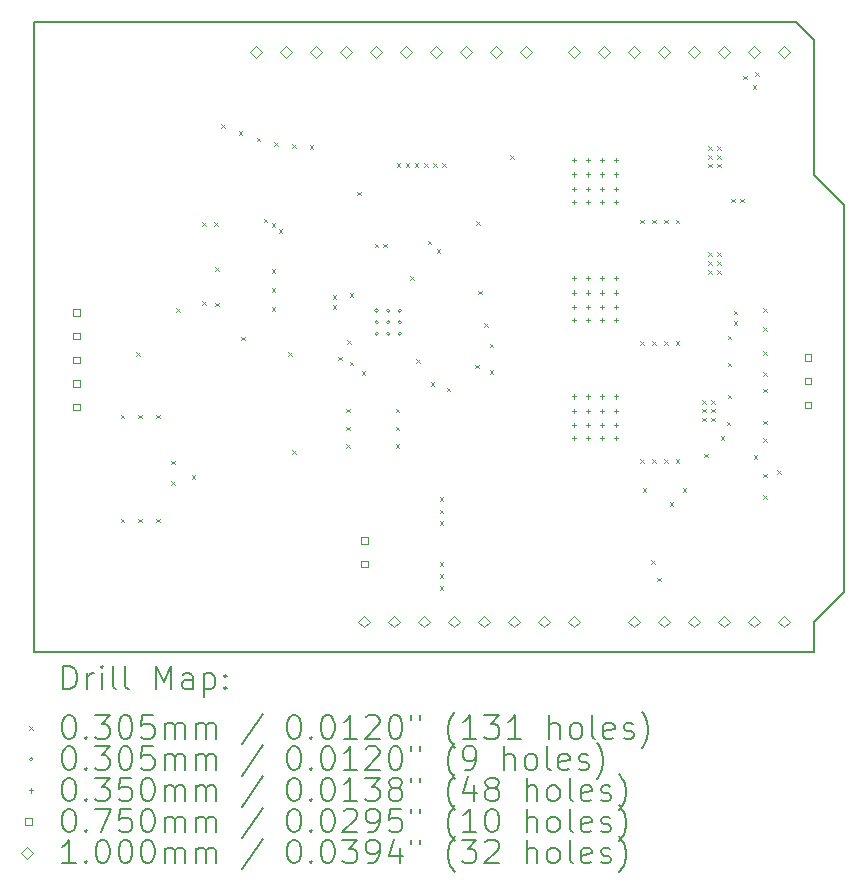
<source format=gbr>
%FSLAX45Y45*%
G04 Gerber Fmt 4.5, Leading zero omitted, Abs format (unit mm)*
G04 Created by KiCad (PCBNEW (6.0.0)) date 2022-07-16 19:13:55*
%MOMM*%
%LPD*%
G01*
G04 APERTURE LIST*
%TA.AperFunction,Profile*%
%ADD10C,0.150000*%
%TD*%
%ADD11C,0.200000*%
%ADD12C,0.030480*%
%ADD13C,0.035000*%
%ADD14C,0.075000*%
%ADD15C,0.100000*%
G04 APERTURE END LIST*
D10*
X12604000Y-6636000D02*
X12858000Y-6382000D01*
X12858000Y-6382000D02*
X12858000Y-3105400D01*
X6000000Y-6890000D02*
X12604000Y-6890000D01*
X12604000Y-6890000D02*
X12604000Y-6636000D01*
X6000000Y-1556000D02*
X6000000Y-6890000D01*
X12451600Y-1556000D02*
X6000000Y-1556000D01*
X12858000Y-3105400D02*
X12604000Y-2851400D01*
X12604000Y-1708400D02*
X12451600Y-1556000D01*
X12604000Y-2851400D02*
X12604000Y-1708400D01*
D11*
D12*
X6734760Y-4884760D02*
X6765240Y-4915240D01*
X6765240Y-4884760D02*
X6734760Y-4915240D01*
X6734760Y-5764760D02*
X6765240Y-5795240D01*
X6765240Y-5764760D02*
X6734760Y-5795240D01*
X6864760Y-4354760D02*
X6895240Y-4385240D01*
X6895240Y-4354760D02*
X6864760Y-4385240D01*
X6884760Y-4884760D02*
X6915240Y-4915240D01*
X6915240Y-4884760D02*
X6884760Y-4915240D01*
X6884760Y-5764760D02*
X6915240Y-5795240D01*
X6915240Y-5764760D02*
X6884760Y-5795240D01*
X7034760Y-4884760D02*
X7065240Y-4915240D01*
X7065240Y-4884760D02*
X7034760Y-4915240D01*
X7034760Y-5764760D02*
X7065240Y-5795240D01*
X7065240Y-5764760D02*
X7034760Y-5795240D01*
X7164760Y-5274760D02*
X7195240Y-5305240D01*
X7195240Y-5274760D02*
X7164760Y-5305240D01*
X7164760Y-5444760D02*
X7195240Y-5475240D01*
X7195240Y-5444760D02*
X7164760Y-5475240D01*
X7204760Y-3984760D02*
X7235240Y-4015240D01*
X7235240Y-3984760D02*
X7204760Y-4015240D01*
X7334760Y-5394760D02*
X7365240Y-5425240D01*
X7365240Y-5394760D02*
X7334760Y-5425240D01*
X7424760Y-3254760D02*
X7455240Y-3285240D01*
X7455240Y-3254760D02*
X7424760Y-3285240D01*
X7424760Y-3924760D02*
X7455240Y-3955240D01*
X7455240Y-3924760D02*
X7424760Y-3955240D01*
X7524760Y-3254760D02*
X7555240Y-3285240D01*
X7555240Y-3254760D02*
X7524760Y-3285240D01*
X7534760Y-3634760D02*
X7565240Y-3665240D01*
X7565240Y-3634760D02*
X7534760Y-3665240D01*
X7534760Y-3934760D02*
X7565240Y-3965240D01*
X7565240Y-3934760D02*
X7534760Y-3965240D01*
X7584760Y-2424760D02*
X7615240Y-2455240D01*
X7615240Y-2424760D02*
X7584760Y-2455240D01*
X7734760Y-2484760D02*
X7765240Y-2515240D01*
X7765240Y-2484760D02*
X7734760Y-2515240D01*
X7754760Y-4224760D02*
X7785240Y-4255240D01*
X7785240Y-4224760D02*
X7754760Y-4255240D01*
X7884760Y-2538050D02*
X7915240Y-2568530D01*
X7915240Y-2538050D02*
X7884760Y-2568530D01*
X7944760Y-3224760D02*
X7975240Y-3255240D01*
X7975240Y-3224760D02*
X7944760Y-3255240D01*
X8013183Y-3263430D02*
X8043663Y-3293910D01*
X8043663Y-3263430D02*
X8013183Y-3293910D01*
X8014760Y-3654760D02*
X8045240Y-3685240D01*
X8045240Y-3654760D02*
X8014760Y-3685240D01*
X8014760Y-3814760D02*
X8045240Y-3845240D01*
X8045240Y-3814760D02*
X8014760Y-3845240D01*
X8014760Y-3974760D02*
X8045240Y-4005240D01*
X8045240Y-3974760D02*
X8014760Y-4005240D01*
X8034760Y-2574760D02*
X8065240Y-2605240D01*
X8065240Y-2574760D02*
X8034760Y-2605240D01*
X8071399Y-3312519D02*
X8101879Y-3342999D01*
X8101879Y-3312519D02*
X8071399Y-3342999D01*
X8154760Y-4354760D02*
X8185240Y-4385240D01*
X8185240Y-4354760D02*
X8154760Y-4385240D01*
X8184760Y-2594760D02*
X8215240Y-2625240D01*
X8215240Y-2594760D02*
X8184760Y-2625240D01*
X8184760Y-5184760D02*
X8215240Y-5215240D01*
X8215240Y-5184760D02*
X8184760Y-5215240D01*
X8334760Y-2604760D02*
X8365240Y-2635240D01*
X8365240Y-2604760D02*
X8334760Y-2635240D01*
X8531038Y-3874760D02*
X8561518Y-3905240D01*
X8561518Y-3874760D02*
X8531038Y-3905240D01*
X8531038Y-3959530D02*
X8561518Y-3990010D01*
X8561518Y-3959530D02*
X8531038Y-3990010D01*
X8574760Y-4394760D02*
X8605240Y-4425240D01*
X8605240Y-4394760D02*
X8574760Y-4425240D01*
X8644760Y-4834760D02*
X8675240Y-4865240D01*
X8675240Y-4834760D02*
X8644760Y-4865240D01*
X8644760Y-4984760D02*
X8675240Y-5015240D01*
X8675240Y-4984760D02*
X8644760Y-5015240D01*
X8644760Y-5134760D02*
X8675240Y-5165240D01*
X8675240Y-5134760D02*
X8644760Y-5165240D01*
X8654760Y-4254760D02*
X8685240Y-4285240D01*
X8685240Y-4254760D02*
X8654760Y-4285240D01*
X8674760Y-3854760D02*
X8705240Y-3885240D01*
X8705240Y-3854760D02*
X8674760Y-3885240D01*
X8674760Y-4434760D02*
X8705240Y-4465240D01*
X8705240Y-4434760D02*
X8674760Y-4465240D01*
X8734760Y-2994760D02*
X8765240Y-3025240D01*
X8765240Y-2994760D02*
X8734760Y-3025240D01*
X8774760Y-4514760D02*
X8805240Y-4545240D01*
X8805240Y-4514760D02*
X8774760Y-4545240D01*
X8884760Y-3434760D02*
X8915240Y-3465240D01*
X8915240Y-3434760D02*
X8884760Y-3465240D01*
X8959760Y-3434760D02*
X8990240Y-3465240D01*
X8990240Y-3434760D02*
X8959760Y-3465240D01*
X9064760Y-4834760D02*
X9095240Y-4865240D01*
X9095240Y-4834760D02*
X9064760Y-4865240D01*
X9064760Y-4984760D02*
X9095240Y-5015240D01*
X9095240Y-4984760D02*
X9064760Y-5015240D01*
X9064760Y-5134760D02*
X9095240Y-5165240D01*
X9095240Y-5134760D02*
X9064760Y-5165240D01*
X9072459Y-2754760D02*
X9102939Y-2785240D01*
X9102939Y-2754760D02*
X9072459Y-2785240D01*
X9148610Y-2754760D02*
X9179090Y-2785240D01*
X9179090Y-2754760D02*
X9148610Y-2785240D01*
X9184760Y-3709760D02*
X9215240Y-3740240D01*
X9215240Y-3709760D02*
X9184760Y-3740240D01*
X9224760Y-2754760D02*
X9255240Y-2785240D01*
X9255240Y-2754760D02*
X9224760Y-2785240D01*
X9234760Y-4414760D02*
X9265240Y-4445240D01*
X9265240Y-4414760D02*
X9234760Y-4445240D01*
X9302459Y-2754760D02*
X9332939Y-2785240D01*
X9332939Y-2754760D02*
X9302459Y-2785240D01*
X9334760Y-3409760D02*
X9365240Y-3440240D01*
X9365240Y-3409760D02*
X9334760Y-3440240D01*
X9359760Y-4609760D02*
X9390240Y-4640240D01*
X9390240Y-4609760D02*
X9359760Y-4640240D01*
X9378610Y-2754760D02*
X9409090Y-2785240D01*
X9409090Y-2754760D02*
X9378610Y-2785240D01*
X9409760Y-3484760D02*
X9440240Y-3515240D01*
X9440240Y-3484760D02*
X9409760Y-3515240D01*
X9434760Y-5584760D02*
X9465240Y-5615240D01*
X9465240Y-5584760D02*
X9434760Y-5615240D01*
X9434760Y-5689760D02*
X9465240Y-5720240D01*
X9465240Y-5689760D02*
X9434760Y-5720240D01*
X9434760Y-5784760D02*
X9465240Y-5815240D01*
X9465240Y-5784760D02*
X9434760Y-5815240D01*
X9434760Y-6134760D02*
X9465240Y-6165240D01*
X9465240Y-6134760D02*
X9434760Y-6165240D01*
X9434760Y-6234760D02*
X9465240Y-6265240D01*
X9465240Y-6234760D02*
X9434760Y-6265240D01*
X9434760Y-6334760D02*
X9465240Y-6365240D01*
X9465240Y-6334760D02*
X9434760Y-6365240D01*
X9454760Y-2754760D02*
X9485240Y-2785240D01*
X9485240Y-2754760D02*
X9454760Y-2785240D01*
X9494760Y-4654760D02*
X9525240Y-4685240D01*
X9525240Y-4654760D02*
X9494760Y-4685240D01*
X9734578Y-4459578D02*
X9765058Y-4490058D01*
X9765058Y-4459578D02*
X9734578Y-4490058D01*
X9744760Y-3244760D02*
X9775240Y-3275240D01*
X9775240Y-3244760D02*
X9744760Y-3275240D01*
X9759760Y-3834760D02*
X9790240Y-3865240D01*
X9790240Y-3834760D02*
X9759760Y-3865240D01*
X9813050Y-4108436D02*
X9843530Y-4138916D01*
X9843530Y-4108436D02*
X9813050Y-4138916D01*
X9859760Y-4284760D02*
X9890240Y-4315240D01*
X9890240Y-4284760D02*
X9859760Y-4315240D01*
X9859760Y-4509760D02*
X9890240Y-4540240D01*
X9890240Y-4509760D02*
X9859760Y-4540240D01*
X10034760Y-2684760D02*
X10065240Y-2715240D01*
X10065240Y-2684760D02*
X10034760Y-2715240D01*
X11134760Y-3234760D02*
X11165240Y-3265240D01*
X11165240Y-3234760D02*
X11134760Y-3265240D01*
X11134760Y-4259760D02*
X11165240Y-4290240D01*
X11165240Y-4259760D02*
X11134760Y-4290240D01*
X11134760Y-5259760D02*
X11165240Y-5290240D01*
X11165240Y-5259760D02*
X11134760Y-5290240D01*
X11154760Y-5504760D02*
X11185240Y-5535240D01*
X11185240Y-5504760D02*
X11154760Y-5535240D01*
X11224760Y-6114760D02*
X11255240Y-6145240D01*
X11255240Y-6114760D02*
X11224760Y-6145240D01*
X11234760Y-3234760D02*
X11265240Y-3265240D01*
X11265240Y-3234760D02*
X11234760Y-3265240D01*
X11234760Y-4259760D02*
X11265240Y-4290240D01*
X11265240Y-4259760D02*
X11234760Y-4290240D01*
X11234760Y-5259760D02*
X11265240Y-5290240D01*
X11265240Y-5259760D02*
X11234760Y-5290240D01*
X11274760Y-6264760D02*
X11305240Y-6295240D01*
X11305240Y-6264760D02*
X11274760Y-6295240D01*
X11334760Y-3234760D02*
X11365240Y-3265240D01*
X11365240Y-3234760D02*
X11334760Y-3265240D01*
X11334760Y-4259760D02*
X11365240Y-4290240D01*
X11365240Y-4259760D02*
X11334760Y-4290240D01*
X11334760Y-5259760D02*
X11365240Y-5290240D01*
X11365240Y-5259760D02*
X11334760Y-5290240D01*
X11384760Y-5624760D02*
X11415240Y-5655240D01*
X11415240Y-5624760D02*
X11384760Y-5655240D01*
X11434760Y-3234760D02*
X11465240Y-3265240D01*
X11465240Y-3234760D02*
X11434760Y-3265240D01*
X11434760Y-4259760D02*
X11465240Y-4290240D01*
X11465240Y-4259760D02*
X11434760Y-4290240D01*
X11434760Y-5259760D02*
X11465240Y-5290240D01*
X11465240Y-5259760D02*
X11434760Y-5290240D01*
X11494760Y-5504760D02*
X11525240Y-5535240D01*
X11525240Y-5504760D02*
X11494760Y-5535240D01*
X11659760Y-4759760D02*
X11690240Y-4790240D01*
X11690240Y-4759760D02*
X11659760Y-4790240D01*
X11659760Y-4834760D02*
X11690240Y-4865240D01*
X11690240Y-4834760D02*
X11659760Y-4865240D01*
X11659760Y-4909760D02*
X11690240Y-4940240D01*
X11690240Y-4909760D02*
X11659760Y-4940240D01*
X11674760Y-5214760D02*
X11705240Y-5245240D01*
X11705240Y-5214760D02*
X11674760Y-5245240D01*
X11709760Y-2609760D02*
X11740240Y-2640240D01*
X11740240Y-2609760D02*
X11709760Y-2640240D01*
X11709760Y-2684760D02*
X11740240Y-2715240D01*
X11740240Y-2684760D02*
X11709760Y-2715240D01*
X11709760Y-2759760D02*
X11740240Y-2790240D01*
X11740240Y-2759760D02*
X11709760Y-2790240D01*
X11709760Y-3509760D02*
X11740240Y-3540240D01*
X11740240Y-3509760D02*
X11709760Y-3540240D01*
X11709760Y-3584760D02*
X11740240Y-3615240D01*
X11740240Y-3584760D02*
X11709760Y-3615240D01*
X11709760Y-3659760D02*
X11740240Y-3690240D01*
X11740240Y-3659760D02*
X11709760Y-3690240D01*
X11734760Y-4759760D02*
X11765240Y-4790240D01*
X11765240Y-4759760D02*
X11734760Y-4790240D01*
X11734760Y-4834760D02*
X11765240Y-4865240D01*
X11765240Y-4834760D02*
X11734760Y-4865240D01*
X11734760Y-4909760D02*
X11765240Y-4940240D01*
X11765240Y-4909760D02*
X11734760Y-4940240D01*
X11784760Y-2609760D02*
X11815240Y-2640240D01*
X11815240Y-2609760D02*
X11784760Y-2640240D01*
X11784760Y-2684760D02*
X11815240Y-2715240D01*
X11815240Y-2684760D02*
X11784760Y-2715240D01*
X11784760Y-2759760D02*
X11815240Y-2790240D01*
X11815240Y-2759760D02*
X11784760Y-2790240D01*
X11784760Y-3509760D02*
X11815240Y-3540240D01*
X11815240Y-3509760D02*
X11784760Y-3540240D01*
X11784760Y-3584760D02*
X11815240Y-3615240D01*
X11815240Y-3584760D02*
X11784760Y-3615240D01*
X11784760Y-3659760D02*
X11815240Y-3690240D01*
X11815240Y-3659760D02*
X11784760Y-3690240D01*
X11814760Y-5064760D02*
X11845240Y-5095240D01*
X11845240Y-5064760D02*
X11814760Y-5095240D01*
X11864760Y-4944760D02*
X11895240Y-4975240D01*
X11895240Y-4944760D02*
X11864760Y-4975240D01*
X11874760Y-4214760D02*
X11905240Y-4245240D01*
X11905240Y-4214760D02*
X11874760Y-4245240D01*
X11874760Y-4444760D02*
X11905240Y-4475240D01*
X11905240Y-4444760D02*
X11874760Y-4475240D01*
X11874760Y-4714760D02*
X11905240Y-4745240D01*
X11905240Y-4714760D02*
X11874760Y-4745240D01*
X11904760Y-3054760D02*
X11935240Y-3085240D01*
X11935240Y-3054760D02*
X11904760Y-3085240D01*
X11924760Y-4004760D02*
X11955240Y-4035240D01*
X11955240Y-4004760D02*
X11924760Y-4035240D01*
X11924760Y-4094760D02*
X11955240Y-4125240D01*
X11955240Y-4094760D02*
X11924760Y-4125240D01*
X11980910Y-3054760D02*
X12011390Y-3085240D01*
X12011390Y-3054760D02*
X11980910Y-3085240D01*
X12004760Y-2014760D02*
X12035240Y-2045240D01*
X12035240Y-2014760D02*
X12004760Y-2045240D01*
X12084760Y-2094760D02*
X12115240Y-2125240D01*
X12115240Y-2094760D02*
X12084760Y-2125240D01*
X12094760Y-5224760D02*
X12125240Y-5255240D01*
X12125240Y-5224760D02*
X12094760Y-5255240D01*
X12104760Y-1984760D02*
X12135240Y-2015240D01*
X12135240Y-1984760D02*
X12104760Y-2015240D01*
X12174760Y-3984760D02*
X12205240Y-4015240D01*
X12205240Y-3984760D02*
X12174760Y-4015240D01*
X12174760Y-4144760D02*
X12205240Y-4175240D01*
X12205240Y-4144760D02*
X12174760Y-4175240D01*
X12174760Y-4344760D02*
X12205240Y-4375240D01*
X12205240Y-4344760D02*
X12174760Y-4375240D01*
X12174760Y-4524760D02*
X12205240Y-4555240D01*
X12205240Y-4524760D02*
X12174760Y-4555240D01*
X12174760Y-4664760D02*
X12205240Y-4695240D01*
X12205240Y-4664760D02*
X12174760Y-4695240D01*
X12174760Y-4934760D02*
X12205240Y-4965240D01*
X12205240Y-4934760D02*
X12174760Y-4965240D01*
X12174760Y-5084760D02*
X12205240Y-5115240D01*
X12205240Y-5084760D02*
X12174760Y-5115240D01*
X12174760Y-5384760D02*
X12205240Y-5415240D01*
X12205240Y-5384760D02*
X12174760Y-5415240D01*
X12174760Y-5564760D02*
X12205240Y-5595240D01*
X12205240Y-5564760D02*
X12174760Y-5595240D01*
X12294760Y-5354760D02*
X12325240Y-5385240D01*
X12325240Y-5354760D02*
X12294760Y-5385240D01*
X8917740Y-4002500D02*
G75*
G03*
X8917740Y-4002500I-15240J0D01*
G01*
X8917740Y-4100000D02*
G75*
G03*
X8917740Y-4100000I-15240J0D01*
G01*
X8917740Y-4197500D02*
G75*
G03*
X8917740Y-4197500I-15240J0D01*
G01*
X9015240Y-4002500D02*
G75*
G03*
X9015240Y-4002500I-15240J0D01*
G01*
X9015240Y-4100000D02*
G75*
G03*
X9015240Y-4100000I-15240J0D01*
G01*
X9015240Y-4197500D02*
G75*
G03*
X9015240Y-4197500I-15240J0D01*
G01*
X9112740Y-4002500D02*
G75*
G03*
X9112740Y-4002500I-15240J0D01*
G01*
X9112740Y-4100000D02*
G75*
G03*
X9112740Y-4100000I-15240J0D01*
G01*
X9112740Y-4197500D02*
G75*
G03*
X9112740Y-4197500I-15240J0D01*
G01*
D13*
X10569999Y-2712499D02*
X10569999Y-2747499D01*
X10552499Y-2729999D02*
X10587499Y-2729999D01*
X10569999Y-2832499D02*
X10569999Y-2867499D01*
X10552499Y-2849999D02*
X10587499Y-2849999D01*
X10569999Y-2952499D02*
X10569999Y-2987499D01*
X10552499Y-2969999D02*
X10587499Y-2969999D01*
X10569999Y-3062499D02*
X10569999Y-3097499D01*
X10552499Y-3079999D02*
X10587499Y-3079999D01*
X10570000Y-3712500D02*
X10570000Y-3747500D01*
X10552500Y-3730000D02*
X10587500Y-3730000D01*
X10570000Y-3832500D02*
X10570000Y-3867500D01*
X10552500Y-3850000D02*
X10587500Y-3850000D01*
X10570000Y-3952500D02*
X10570000Y-3987500D01*
X10552500Y-3970000D02*
X10587500Y-3970000D01*
X10570000Y-4062500D02*
X10570000Y-4097500D01*
X10552500Y-4080000D02*
X10587500Y-4080000D01*
X10570000Y-4712500D02*
X10570000Y-4747500D01*
X10552500Y-4730000D02*
X10587500Y-4730000D01*
X10570000Y-4832500D02*
X10570000Y-4867500D01*
X10552500Y-4850000D02*
X10587500Y-4850000D01*
X10570000Y-4952500D02*
X10570000Y-4987500D01*
X10552500Y-4970000D02*
X10587500Y-4970000D01*
X10570000Y-5062500D02*
X10570000Y-5097500D01*
X10552500Y-5080000D02*
X10587500Y-5080000D01*
X10689999Y-2712499D02*
X10689999Y-2747499D01*
X10672499Y-2729999D02*
X10707499Y-2729999D01*
X10689999Y-2832499D02*
X10689999Y-2867499D01*
X10672499Y-2849999D02*
X10707499Y-2849999D01*
X10689999Y-2952499D02*
X10689999Y-2987499D01*
X10672499Y-2969999D02*
X10707499Y-2969999D01*
X10689999Y-3062499D02*
X10689999Y-3097499D01*
X10672499Y-3079999D02*
X10707499Y-3079999D01*
X10690000Y-3712500D02*
X10690000Y-3747500D01*
X10672500Y-3730000D02*
X10707500Y-3730000D01*
X10690000Y-3832500D02*
X10690000Y-3867500D01*
X10672500Y-3850000D02*
X10707500Y-3850000D01*
X10690000Y-3952500D02*
X10690000Y-3987500D01*
X10672500Y-3970000D02*
X10707500Y-3970000D01*
X10690000Y-4062500D02*
X10690000Y-4097500D01*
X10672500Y-4080000D02*
X10707500Y-4080000D01*
X10690000Y-4712500D02*
X10690000Y-4747500D01*
X10672500Y-4730000D02*
X10707500Y-4730000D01*
X10690000Y-4832500D02*
X10690000Y-4867500D01*
X10672500Y-4850000D02*
X10707500Y-4850000D01*
X10690000Y-4952500D02*
X10690000Y-4987500D01*
X10672500Y-4970000D02*
X10707500Y-4970000D01*
X10690000Y-5062500D02*
X10690000Y-5097500D01*
X10672500Y-5080000D02*
X10707500Y-5080000D01*
X10809999Y-2712499D02*
X10809999Y-2747499D01*
X10792499Y-2729999D02*
X10827499Y-2729999D01*
X10809999Y-2832499D02*
X10809999Y-2867499D01*
X10792499Y-2849999D02*
X10827499Y-2849999D01*
X10809999Y-2952499D02*
X10809999Y-2987499D01*
X10792499Y-2969999D02*
X10827499Y-2969999D01*
X10809999Y-3062499D02*
X10809999Y-3097499D01*
X10792499Y-3079999D02*
X10827499Y-3079999D01*
X10810000Y-3712500D02*
X10810000Y-3747500D01*
X10792500Y-3730000D02*
X10827500Y-3730000D01*
X10810000Y-3832500D02*
X10810000Y-3867500D01*
X10792500Y-3850000D02*
X10827500Y-3850000D01*
X10810000Y-3952500D02*
X10810000Y-3987500D01*
X10792500Y-3970000D02*
X10827500Y-3970000D01*
X10810000Y-4062500D02*
X10810000Y-4097500D01*
X10792500Y-4080000D02*
X10827500Y-4080000D01*
X10810000Y-4712500D02*
X10810000Y-4747500D01*
X10792500Y-4730000D02*
X10827500Y-4730000D01*
X10810000Y-4832500D02*
X10810000Y-4867500D01*
X10792500Y-4850000D02*
X10827500Y-4850000D01*
X10810000Y-4952500D02*
X10810000Y-4987500D01*
X10792500Y-4970000D02*
X10827500Y-4970000D01*
X10810000Y-5062500D02*
X10810000Y-5097500D01*
X10792500Y-5080000D02*
X10827500Y-5080000D01*
X10929999Y-2712499D02*
X10929999Y-2747499D01*
X10912499Y-2729999D02*
X10947499Y-2729999D01*
X10929999Y-2832499D02*
X10929999Y-2867499D01*
X10912499Y-2849999D02*
X10947499Y-2849999D01*
X10929999Y-2952499D02*
X10929999Y-2987499D01*
X10912499Y-2969999D02*
X10947499Y-2969999D01*
X10929999Y-3062499D02*
X10929999Y-3097499D01*
X10912499Y-3079999D02*
X10947499Y-3079999D01*
X10930000Y-3712500D02*
X10930000Y-3747500D01*
X10912500Y-3730000D02*
X10947500Y-3730000D01*
X10930000Y-3832500D02*
X10930000Y-3867500D01*
X10912500Y-3850000D02*
X10947500Y-3850000D01*
X10930000Y-3952500D02*
X10930000Y-3987500D01*
X10912500Y-3970000D02*
X10947500Y-3970000D01*
X10930000Y-4062500D02*
X10930000Y-4097500D01*
X10912500Y-4080000D02*
X10947500Y-4080000D01*
X10930000Y-4712500D02*
X10930000Y-4747500D01*
X10912500Y-4730000D02*
X10947500Y-4730000D01*
X10930000Y-4832500D02*
X10930000Y-4867500D01*
X10912500Y-4850000D02*
X10947500Y-4850000D01*
X10930000Y-4952500D02*
X10930000Y-4987500D01*
X10912500Y-4970000D02*
X10947500Y-4970000D01*
X10930000Y-5062500D02*
X10930000Y-5097500D01*
X10912500Y-5080000D02*
X10947500Y-5080000D01*
D14*
X6386517Y-4046517D02*
X6386517Y-3993483D01*
X6333483Y-3993483D01*
X6333483Y-4046517D01*
X6386517Y-4046517D01*
X6386517Y-4246517D02*
X6386517Y-4193483D01*
X6333483Y-4193483D01*
X6333483Y-4246517D01*
X6386517Y-4246517D01*
X6386517Y-4446517D02*
X6386517Y-4393483D01*
X6333483Y-4393483D01*
X6333483Y-4446517D01*
X6386517Y-4446517D01*
X6386517Y-4646517D02*
X6386517Y-4593483D01*
X6333483Y-4593483D01*
X6333483Y-4646517D01*
X6386517Y-4646517D01*
X6386517Y-4846517D02*
X6386517Y-4793483D01*
X6333483Y-4793483D01*
X6333483Y-4846517D01*
X6386517Y-4846517D01*
X8826517Y-5976517D02*
X8826517Y-5923483D01*
X8773483Y-5923483D01*
X8773483Y-5976517D01*
X8826517Y-5976517D01*
X8826517Y-6176517D02*
X8826517Y-6123483D01*
X8773483Y-6123483D01*
X8773483Y-6176517D01*
X8826517Y-6176517D01*
X12581517Y-4426517D02*
X12581517Y-4373483D01*
X12528483Y-4373483D01*
X12528483Y-4426517D01*
X12581517Y-4426517D01*
X12581517Y-4626517D02*
X12581517Y-4573483D01*
X12528483Y-4573483D01*
X12528483Y-4626517D01*
X12581517Y-4626517D01*
X12581517Y-4826517D02*
X12581517Y-4773483D01*
X12528483Y-4773483D01*
X12528483Y-4826517D01*
X12581517Y-4826517D01*
D15*
X7879600Y-1860000D02*
X7929600Y-1810000D01*
X7879600Y-1760000D01*
X7829600Y-1810000D01*
X7879600Y-1860000D01*
X8133600Y-1860000D02*
X8183600Y-1810000D01*
X8133600Y-1760000D01*
X8083600Y-1810000D01*
X8133600Y-1860000D01*
X8387600Y-1860000D02*
X8437600Y-1810000D01*
X8387600Y-1760000D01*
X8337600Y-1810000D01*
X8387600Y-1860000D01*
X8641600Y-1860000D02*
X8691600Y-1810000D01*
X8641600Y-1760000D01*
X8591600Y-1810000D01*
X8641600Y-1860000D01*
X8794750Y-6685750D02*
X8844750Y-6635750D01*
X8794750Y-6585750D01*
X8744750Y-6635750D01*
X8794750Y-6685750D01*
X8895600Y-1860000D02*
X8945600Y-1810000D01*
X8895600Y-1760000D01*
X8845600Y-1810000D01*
X8895600Y-1860000D01*
X9048750Y-6685750D02*
X9098750Y-6635750D01*
X9048750Y-6585750D01*
X8998750Y-6635750D01*
X9048750Y-6685750D01*
X9149600Y-1860000D02*
X9199600Y-1810000D01*
X9149600Y-1760000D01*
X9099600Y-1810000D01*
X9149600Y-1860000D01*
X9302750Y-6685750D02*
X9352750Y-6635750D01*
X9302750Y-6585750D01*
X9252750Y-6635750D01*
X9302750Y-6685750D01*
X9403600Y-1860000D02*
X9453600Y-1810000D01*
X9403600Y-1760000D01*
X9353600Y-1810000D01*
X9403600Y-1860000D01*
X9556750Y-6685750D02*
X9606750Y-6635750D01*
X9556750Y-6585750D01*
X9506750Y-6635750D01*
X9556750Y-6685750D01*
X9657600Y-1860000D02*
X9707600Y-1810000D01*
X9657600Y-1760000D01*
X9607600Y-1810000D01*
X9657600Y-1860000D01*
X9810750Y-6685750D02*
X9860750Y-6635750D01*
X9810750Y-6585750D01*
X9760750Y-6635750D01*
X9810750Y-6685750D01*
X9911600Y-1860000D02*
X9961600Y-1810000D01*
X9911600Y-1760000D01*
X9861600Y-1810000D01*
X9911600Y-1860000D01*
X10064750Y-6685750D02*
X10114750Y-6635750D01*
X10064750Y-6585750D01*
X10014750Y-6635750D01*
X10064750Y-6685750D01*
X10165600Y-1860000D02*
X10215600Y-1810000D01*
X10165600Y-1760000D01*
X10115600Y-1810000D01*
X10165600Y-1860000D01*
X10318750Y-6685750D02*
X10368750Y-6635750D01*
X10318750Y-6585750D01*
X10268750Y-6635750D01*
X10318750Y-6685750D01*
X10572000Y-1860000D02*
X10622000Y-1810000D01*
X10572000Y-1760000D01*
X10522000Y-1810000D01*
X10572000Y-1860000D01*
X10572750Y-6685750D02*
X10622750Y-6635750D01*
X10572750Y-6585750D01*
X10522750Y-6635750D01*
X10572750Y-6685750D01*
X10826000Y-1860000D02*
X10876000Y-1810000D01*
X10826000Y-1760000D01*
X10776000Y-1810000D01*
X10826000Y-1860000D01*
X11080000Y-1860000D02*
X11130000Y-1810000D01*
X11080000Y-1760000D01*
X11030000Y-1810000D01*
X11080000Y-1860000D01*
X11080750Y-6685750D02*
X11130750Y-6635750D01*
X11080750Y-6585750D01*
X11030750Y-6635750D01*
X11080750Y-6685750D01*
X11334000Y-1860000D02*
X11384000Y-1810000D01*
X11334000Y-1760000D01*
X11284000Y-1810000D01*
X11334000Y-1860000D01*
X11334750Y-6685750D02*
X11384750Y-6635750D01*
X11334750Y-6585750D01*
X11284750Y-6635750D01*
X11334750Y-6685750D01*
X11588000Y-1860000D02*
X11638000Y-1810000D01*
X11588000Y-1760000D01*
X11538000Y-1810000D01*
X11588000Y-1860000D01*
X11588750Y-6685750D02*
X11638750Y-6635750D01*
X11588750Y-6585750D01*
X11538750Y-6635750D01*
X11588750Y-6685750D01*
X11842000Y-1860000D02*
X11892000Y-1810000D01*
X11842000Y-1760000D01*
X11792000Y-1810000D01*
X11842000Y-1860000D01*
X11842750Y-6685750D02*
X11892750Y-6635750D01*
X11842750Y-6585750D01*
X11792750Y-6635750D01*
X11842750Y-6685750D01*
X12096000Y-1860000D02*
X12146000Y-1810000D01*
X12096000Y-1760000D01*
X12046000Y-1810000D01*
X12096000Y-1860000D01*
X12096750Y-6685750D02*
X12146750Y-6635750D01*
X12096750Y-6585750D01*
X12046750Y-6635750D01*
X12096750Y-6685750D01*
X12350000Y-1860000D02*
X12400000Y-1810000D01*
X12350000Y-1760000D01*
X12300000Y-1810000D01*
X12350000Y-1860000D01*
X12350750Y-6685750D02*
X12400750Y-6635750D01*
X12350750Y-6585750D01*
X12300750Y-6635750D01*
X12350750Y-6685750D01*
D11*
X6250119Y-7207976D02*
X6250119Y-7007976D01*
X6297738Y-7007976D01*
X6326309Y-7017500D01*
X6345357Y-7036548D01*
X6354881Y-7055595D01*
X6364405Y-7093690D01*
X6364405Y-7122262D01*
X6354881Y-7160357D01*
X6345357Y-7179405D01*
X6326309Y-7198452D01*
X6297738Y-7207976D01*
X6250119Y-7207976D01*
X6450119Y-7207976D02*
X6450119Y-7074643D01*
X6450119Y-7112738D02*
X6459643Y-7093690D01*
X6469167Y-7084167D01*
X6488214Y-7074643D01*
X6507262Y-7074643D01*
X6573928Y-7207976D02*
X6573928Y-7074643D01*
X6573928Y-7007976D02*
X6564405Y-7017500D01*
X6573928Y-7027024D01*
X6583452Y-7017500D01*
X6573928Y-7007976D01*
X6573928Y-7027024D01*
X6697738Y-7207976D02*
X6678690Y-7198452D01*
X6669167Y-7179405D01*
X6669167Y-7007976D01*
X6802500Y-7207976D02*
X6783452Y-7198452D01*
X6773928Y-7179405D01*
X6773928Y-7007976D01*
X7031071Y-7207976D02*
X7031071Y-7007976D01*
X7097738Y-7150833D01*
X7164405Y-7007976D01*
X7164405Y-7207976D01*
X7345357Y-7207976D02*
X7345357Y-7103214D01*
X7335833Y-7084167D01*
X7316786Y-7074643D01*
X7278690Y-7074643D01*
X7259643Y-7084167D01*
X7345357Y-7198452D02*
X7326309Y-7207976D01*
X7278690Y-7207976D01*
X7259643Y-7198452D01*
X7250119Y-7179405D01*
X7250119Y-7160357D01*
X7259643Y-7141309D01*
X7278690Y-7131786D01*
X7326309Y-7131786D01*
X7345357Y-7122262D01*
X7440595Y-7074643D02*
X7440595Y-7274643D01*
X7440595Y-7084167D02*
X7459643Y-7074643D01*
X7497738Y-7074643D01*
X7516786Y-7084167D01*
X7526309Y-7093690D01*
X7535833Y-7112738D01*
X7535833Y-7169881D01*
X7526309Y-7188928D01*
X7516786Y-7198452D01*
X7497738Y-7207976D01*
X7459643Y-7207976D01*
X7440595Y-7198452D01*
X7621548Y-7188928D02*
X7631071Y-7198452D01*
X7621548Y-7207976D01*
X7612024Y-7198452D01*
X7621548Y-7188928D01*
X7621548Y-7207976D01*
X7621548Y-7084167D02*
X7631071Y-7093690D01*
X7621548Y-7103214D01*
X7612024Y-7093690D01*
X7621548Y-7084167D01*
X7621548Y-7103214D01*
D12*
X5962020Y-7522260D02*
X5992500Y-7552740D01*
X5992500Y-7522260D02*
X5962020Y-7552740D01*
D11*
X6288214Y-7427976D02*
X6307262Y-7427976D01*
X6326309Y-7437500D01*
X6335833Y-7447024D01*
X6345357Y-7466071D01*
X6354881Y-7504167D01*
X6354881Y-7551786D01*
X6345357Y-7589881D01*
X6335833Y-7608928D01*
X6326309Y-7618452D01*
X6307262Y-7627976D01*
X6288214Y-7627976D01*
X6269167Y-7618452D01*
X6259643Y-7608928D01*
X6250119Y-7589881D01*
X6240595Y-7551786D01*
X6240595Y-7504167D01*
X6250119Y-7466071D01*
X6259643Y-7447024D01*
X6269167Y-7437500D01*
X6288214Y-7427976D01*
X6440595Y-7608928D02*
X6450119Y-7618452D01*
X6440595Y-7627976D01*
X6431071Y-7618452D01*
X6440595Y-7608928D01*
X6440595Y-7627976D01*
X6516786Y-7427976D02*
X6640595Y-7427976D01*
X6573928Y-7504167D01*
X6602500Y-7504167D01*
X6621548Y-7513690D01*
X6631071Y-7523214D01*
X6640595Y-7542262D01*
X6640595Y-7589881D01*
X6631071Y-7608928D01*
X6621548Y-7618452D01*
X6602500Y-7627976D01*
X6545357Y-7627976D01*
X6526309Y-7618452D01*
X6516786Y-7608928D01*
X6764405Y-7427976D02*
X6783452Y-7427976D01*
X6802500Y-7437500D01*
X6812024Y-7447024D01*
X6821548Y-7466071D01*
X6831071Y-7504167D01*
X6831071Y-7551786D01*
X6821548Y-7589881D01*
X6812024Y-7608928D01*
X6802500Y-7618452D01*
X6783452Y-7627976D01*
X6764405Y-7627976D01*
X6745357Y-7618452D01*
X6735833Y-7608928D01*
X6726309Y-7589881D01*
X6716786Y-7551786D01*
X6716786Y-7504167D01*
X6726309Y-7466071D01*
X6735833Y-7447024D01*
X6745357Y-7437500D01*
X6764405Y-7427976D01*
X7012024Y-7427976D02*
X6916786Y-7427976D01*
X6907262Y-7523214D01*
X6916786Y-7513690D01*
X6935833Y-7504167D01*
X6983452Y-7504167D01*
X7002500Y-7513690D01*
X7012024Y-7523214D01*
X7021548Y-7542262D01*
X7021548Y-7589881D01*
X7012024Y-7608928D01*
X7002500Y-7618452D01*
X6983452Y-7627976D01*
X6935833Y-7627976D01*
X6916786Y-7618452D01*
X6907262Y-7608928D01*
X7107262Y-7627976D02*
X7107262Y-7494643D01*
X7107262Y-7513690D02*
X7116786Y-7504167D01*
X7135833Y-7494643D01*
X7164405Y-7494643D01*
X7183452Y-7504167D01*
X7192976Y-7523214D01*
X7192976Y-7627976D01*
X7192976Y-7523214D02*
X7202500Y-7504167D01*
X7221548Y-7494643D01*
X7250119Y-7494643D01*
X7269167Y-7504167D01*
X7278690Y-7523214D01*
X7278690Y-7627976D01*
X7373928Y-7627976D02*
X7373928Y-7494643D01*
X7373928Y-7513690D02*
X7383452Y-7504167D01*
X7402500Y-7494643D01*
X7431071Y-7494643D01*
X7450119Y-7504167D01*
X7459643Y-7523214D01*
X7459643Y-7627976D01*
X7459643Y-7523214D02*
X7469167Y-7504167D01*
X7488214Y-7494643D01*
X7516786Y-7494643D01*
X7535833Y-7504167D01*
X7545357Y-7523214D01*
X7545357Y-7627976D01*
X7935833Y-7418452D02*
X7764405Y-7675595D01*
X8192976Y-7427976D02*
X8212024Y-7427976D01*
X8231071Y-7437500D01*
X8240595Y-7447024D01*
X8250119Y-7466071D01*
X8259643Y-7504167D01*
X8259643Y-7551786D01*
X8250119Y-7589881D01*
X8240595Y-7608928D01*
X8231071Y-7618452D01*
X8212024Y-7627976D01*
X8192976Y-7627976D01*
X8173928Y-7618452D01*
X8164405Y-7608928D01*
X8154881Y-7589881D01*
X8145357Y-7551786D01*
X8145357Y-7504167D01*
X8154881Y-7466071D01*
X8164405Y-7447024D01*
X8173928Y-7437500D01*
X8192976Y-7427976D01*
X8345357Y-7608928D02*
X8354881Y-7618452D01*
X8345357Y-7627976D01*
X8335833Y-7618452D01*
X8345357Y-7608928D01*
X8345357Y-7627976D01*
X8478690Y-7427976D02*
X8497738Y-7427976D01*
X8516786Y-7437500D01*
X8526310Y-7447024D01*
X8535833Y-7466071D01*
X8545357Y-7504167D01*
X8545357Y-7551786D01*
X8535833Y-7589881D01*
X8526310Y-7608928D01*
X8516786Y-7618452D01*
X8497738Y-7627976D01*
X8478690Y-7627976D01*
X8459643Y-7618452D01*
X8450119Y-7608928D01*
X8440595Y-7589881D01*
X8431071Y-7551786D01*
X8431071Y-7504167D01*
X8440595Y-7466071D01*
X8450119Y-7447024D01*
X8459643Y-7437500D01*
X8478690Y-7427976D01*
X8735833Y-7627976D02*
X8621548Y-7627976D01*
X8678690Y-7627976D02*
X8678690Y-7427976D01*
X8659643Y-7456548D01*
X8640595Y-7475595D01*
X8621548Y-7485119D01*
X8812024Y-7447024D02*
X8821548Y-7437500D01*
X8840595Y-7427976D01*
X8888214Y-7427976D01*
X8907262Y-7437500D01*
X8916786Y-7447024D01*
X8926310Y-7466071D01*
X8926310Y-7485119D01*
X8916786Y-7513690D01*
X8802500Y-7627976D01*
X8926310Y-7627976D01*
X9050119Y-7427976D02*
X9069167Y-7427976D01*
X9088214Y-7437500D01*
X9097738Y-7447024D01*
X9107262Y-7466071D01*
X9116786Y-7504167D01*
X9116786Y-7551786D01*
X9107262Y-7589881D01*
X9097738Y-7608928D01*
X9088214Y-7618452D01*
X9069167Y-7627976D01*
X9050119Y-7627976D01*
X9031071Y-7618452D01*
X9021548Y-7608928D01*
X9012024Y-7589881D01*
X9002500Y-7551786D01*
X9002500Y-7504167D01*
X9012024Y-7466071D01*
X9021548Y-7447024D01*
X9031071Y-7437500D01*
X9050119Y-7427976D01*
X9192976Y-7427976D02*
X9192976Y-7466071D01*
X9269167Y-7427976D02*
X9269167Y-7466071D01*
X9564405Y-7704167D02*
X9554881Y-7694643D01*
X9535833Y-7666071D01*
X9526310Y-7647024D01*
X9516786Y-7618452D01*
X9507262Y-7570833D01*
X9507262Y-7532738D01*
X9516786Y-7485119D01*
X9526310Y-7456548D01*
X9535833Y-7437500D01*
X9554881Y-7408928D01*
X9564405Y-7399405D01*
X9745357Y-7627976D02*
X9631071Y-7627976D01*
X9688214Y-7627976D02*
X9688214Y-7427976D01*
X9669167Y-7456548D01*
X9650119Y-7475595D01*
X9631071Y-7485119D01*
X9812024Y-7427976D02*
X9935833Y-7427976D01*
X9869167Y-7504167D01*
X9897738Y-7504167D01*
X9916786Y-7513690D01*
X9926310Y-7523214D01*
X9935833Y-7542262D01*
X9935833Y-7589881D01*
X9926310Y-7608928D01*
X9916786Y-7618452D01*
X9897738Y-7627976D01*
X9840595Y-7627976D01*
X9821548Y-7618452D01*
X9812024Y-7608928D01*
X10126310Y-7627976D02*
X10012024Y-7627976D01*
X10069167Y-7627976D02*
X10069167Y-7427976D01*
X10050119Y-7456548D01*
X10031071Y-7475595D01*
X10012024Y-7485119D01*
X10364405Y-7627976D02*
X10364405Y-7427976D01*
X10450119Y-7627976D02*
X10450119Y-7523214D01*
X10440595Y-7504167D01*
X10421548Y-7494643D01*
X10392976Y-7494643D01*
X10373929Y-7504167D01*
X10364405Y-7513690D01*
X10573929Y-7627976D02*
X10554881Y-7618452D01*
X10545357Y-7608928D01*
X10535833Y-7589881D01*
X10535833Y-7532738D01*
X10545357Y-7513690D01*
X10554881Y-7504167D01*
X10573929Y-7494643D01*
X10602500Y-7494643D01*
X10621548Y-7504167D01*
X10631071Y-7513690D01*
X10640595Y-7532738D01*
X10640595Y-7589881D01*
X10631071Y-7608928D01*
X10621548Y-7618452D01*
X10602500Y-7627976D01*
X10573929Y-7627976D01*
X10754881Y-7627976D02*
X10735833Y-7618452D01*
X10726310Y-7599405D01*
X10726310Y-7427976D01*
X10907262Y-7618452D02*
X10888214Y-7627976D01*
X10850119Y-7627976D01*
X10831071Y-7618452D01*
X10821548Y-7599405D01*
X10821548Y-7523214D01*
X10831071Y-7504167D01*
X10850119Y-7494643D01*
X10888214Y-7494643D01*
X10907262Y-7504167D01*
X10916786Y-7523214D01*
X10916786Y-7542262D01*
X10821548Y-7561309D01*
X10992976Y-7618452D02*
X11012024Y-7627976D01*
X11050119Y-7627976D01*
X11069167Y-7618452D01*
X11078690Y-7599405D01*
X11078690Y-7589881D01*
X11069167Y-7570833D01*
X11050119Y-7561309D01*
X11021548Y-7561309D01*
X11002500Y-7551786D01*
X10992976Y-7532738D01*
X10992976Y-7523214D01*
X11002500Y-7504167D01*
X11021548Y-7494643D01*
X11050119Y-7494643D01*
X11069167Y-7504167D01*
X11145357Y-7704167D02*
X11154881Y-7694643D01*
X11173929Y-7666071D01*
X11183452Y-7647024D01*
X11192976Y-7618452D01*
X11202500Y-7570833D01*
X11202500Y-7532738D01*
X11192976Y-7485119D01*
X11183452Y-7456548D01*
X11173929Y-7437500D01*
X11154881Y-7408928D01*
X11145357Y-7399405D01*
D12*
X5992500Y-7801500D02*
G75*
G03*
X5992500Y-7801500I-15240J0D01*
G01*
D11*
X6288214Y-7691976D02*
X6307262Y-7691976D01*
X6326309Y-7701500D01*
X6335833Y-7711024D01*
X6345357Y-7730071D01*
X6354881Y-7768167D01*
X6354881Y-7815786D01*
X6345357Y-7853881D01*
X6335833Y-7872928D01*
X6326309Y-7882452D01*
X6307262Y-7891976D01*
X6288214Y-7891976D01*
X6269167Y-7882452D01*
X6259643Y-7872928D01*
X6250119Y-7853881D01*
X6240595Y-7815786D01*
X6240595Y-7768167D01*
X6250119Y-7730071D01*
X6259643Y-7711024D01*
X6269167Y-7701500D01*
X6288214Y-7691976D01*
X6440595Y-7872928D02*
X6450119Y-7882452D01*
X6440595Y-7891976D01*
X6431071Y-7882452D01*
X6440595Y-7872928D01*
X6440595Y-7891976D01*
X6516786Y-7691976D02*
X6640595Y-7691976D01*
X6573928Y-7768167D01*
X6602500Y-7768167D01*
X6621548Y-7777690D01*
X6631071Y-7787214D01*
X6640595Y-7806262D01*
X6640595Y-7853881D01*
X6631071Y-7872928D01*
X6621548Y-7882452D01*
X6602500Y-7891976D01*
X6545357Y-7891976D01*
X6526309Y-7882452D01*
X6516786Y-7872928D01*
X6764405Y-7691976D02*
X6783452Y-7691976D01*
X6802500Y-7701500D01*
X6812024Y-7711024D01*
X6821548Y-7730071D01*
X6831071Y-7768167D01*
X6831071Y-7815786D01*
X6821548Y-7853881D01*
X6812024Y-7872928D01*
X6802500Y-7882452D01*
X6783452Y-7891976D01*
X6764405Y-7891976D01*
X6745357Y-7882452D01*
X6735833Y-7872928D01*
X6726309Y-7853881D01*
X6716786Y-7815786D01*
X6716786Y-7768167D01*
X6726309Y-7730071D01*
X6735833Y-7711024D01*
X6745357Y-7701500D01*
X6764405Y-7691976D01*
X7012024Y-7691976D02*
X6916786Y-7691976D01*
X6907262Y-7787214D01*
X6916786Y-7777690D01*
X6935833Y-7768167D01*
X6983452Y-7768167D01*
X7002500Y-7777690D01*
X7012024Y-7787214D01*
X7021548Y-7806262D01*
X7021548Y-7853881D01*
X7012024Y-7872928D01*
X7002500Y-7882452D01*
X6983452Y-7891976D01*
X6935833Y-7891976D01*
X6916786Y-7882452D01*
X6907262Y-7872928D01*
X7107262Y-7891976D02*
X7107262Y-7758643D01*
X7107262Y-7777690D02*
X7116786Y-7768167D01*
X7135833Y-7758643D01*
X7164405Y-7758643D01*
X7183452Y-7768167D01*
X7192976Y-7787214D01*
X7192976Y-7891976D01*
X7192976Y-7787214D02*
X7202500Y-7768167D01*
X7221548Y-7758643D01*
X7250119Y-7758643D01*
X7269167Y-7768167D01*
X7278690Y-7787214D01*
X7278690Y-7891976D01*
X7373928Y-7891976D02*
X7373928Y-7758643D01*
X7373928Y-7777690D02*
X7383452Y-7768167D01*
X7402500Y-7758643D01*
X7431071Y-7758643D01*
X7450119Y-7768167D01*
X7459643Y-7787214D01*
X7459643Y-7891976D01*
X7459643Y-7787214D02*
X7469167Y-7768167D01*
X7488214Y-7758643D01*
X7516786Y-7758643D01*
X7535833Y-7768167D01*
X7545357Y-7787214D01*
X7545357Y-7891976D01*
X7935833Y-7682452D02*
X7764405Y-7939595D01*
X8192976Y-7691976D02*
X8212024Y-7691976D01*
X8231071Y-7701500D01*
X8240595Y-7711024D01*
X8250119Y-7730071D01*
X8259643Y-7768167D01*
X8259643Y-7815786D01*
X8250119Y-7853881D01*
X8240595Y-7872928D01*
X8231071Y-7882452D01*
X8212024Y-7891976D01*
X8192976Y-7891976D01*
X8173928Y-7882452D01*
X8164405Y-7872928D01*
X8154881Y-7853881D01*
X8145357Y-7815786D01*
X8145357Y-7768167D01*
X8154881Y-7730071D01*
X8164405Y-7711024D01*
X8173928Y-7701500D01*
X8192976Y-7691976D01*
X8345357Y-7872928D02*
X8354881Y-7882452D01*
X8345357Y-7891976D01*
X8335833Y-7882452D01*
X8345357Y-7872928D01*
X8345357Y-7891976D01*
X8478690Y-7691976D02*
X8497738Y-7691976D01*
X8516786Y-7701500D01*
X8526310Y-7711024D01*
X8535833Y-7730071D01*
X8545357Y-7768167D01*
X8545357Y-7815786D01*
X8535833Y-7853881D01*
X8526310Y-7872928D01*
X8516786Y-7882452D01*
X8497738Y-7891976D01*
X8478690Y-7891976D01*
X8459643Y-7882452D01*
X8450119Y-7872928D01*
X8440595Y-7853881D01*
X8431071Y-7815786D01*
X8431071Y-7768167D01*
X8440595Y-7730071D01*
X8450119Y-7711024D01*
X8459643Y-7701500D01*
X8478690Y-7691976D01*
X8735833Y-7891976D02*
X8621548Y-7891976D01*
X8678690Y-7891976D02*
X8678690Y-7691976D01*
X8659643Y-7720548D01*
X8640595Y-7739595D01*
X8621548Y-7749119D01*
X8812024Y-7711024D02*
X8821548Y-7701500D01*
X8840595Y-7691976D01*
X8888214Y-7691976D01*
X8907262Y-7701500D01*
X8916786Y-7711024D01*
X8926310Y-7730071D01*
X8926310Y-7749119D01*
X8916786Y-7777690D01*
X8802500Y-7891976D01*
X8926310Y-7891976D01*
X9050119Y-7691976D02*
X9069167Y-7691976D01*
X9088214Y-7701500D01*
X9097738Y-7711024D01*
X9107262Y-7730071D01*
X9116786Y-7768167D01*
X9116786Y-7815786D01*
X9107262Y-7853881D01*
X9097738Y-7872928D01*
X9088214Y-7882452D01*
X9069167Y-7891976D01*
X9050119Y-7891976D01*
X9031071Y-7882452D01*
X9021548Y-7872928D01*
X9012024Y-7853881D01*
X9002500Y-7815786D01*
X9002500Y-7768167D01*
X9012024Y-7730071D01*
X9021548Y-7711024D01*
X9031071Y-7701500D01*
X9050119Y-7691976D01*
X9192976Y-7691976D02*
X9192976Y-7730071D01*
X9269167Y-7691976D02*
X9269167Y-7730071D01*
X9564405Y-7968167D02*
X9554881Y-7958643D01*
X9535833Y-7930071D01*
X9526310Y-7911024D01*
X9516786Y-7882452D01*
X9507262Y-7834833D01*
X9507262Y-7796738D01*
X9516786Y-7749119D01*
X9526310Y-7720548D01*
X9535833Y-7701500D01*
X9554881Y-7672928D01*
X9564405Y-7663405D01*
X9650119Y-7891976D02*
X9688214Y-7891976D01*
X9707262Y-7882452D01*
X9716786Y-7872928D01*
X9735833Y-7844357D01*
X9745357Y-7806262D01*
X9745357Y-7730071D01*
X9735833Y-7711024D01*
X9726310Y-7701500D01*
X9707262Y-7691976D01*
X9669167Y-7691976D01*
X9650119Y-7701500D01*
X9640595Y-7711024D01*
X9631071Y-7730071D01*
X9631071Y-7777690D01*
X9640595Y-7796738D01*
X9650119Y-7806262D01*
X9669167Y-7815786D01*
X9707262Y-7815786D01*
X9726310Y-7806262D01*
X9735833Y-7796738D01*
X9745357Y-7777690D01*
X9983452Y-7891976D02*
X9983452Y-7691976D01*
X10069167Y-7891976D02*
X10069167Y-7787214D01*
X10059643Y-7768167D01*
X10040595Y-7758643D01*
X10012024Y-7758643D01*
X9992976Y-7768167D01*
X9983452Y-7777690D01*
X10192976Y-7891976D02*
X10173929Y-7882452D01*
X10164405Y-7872928D01*
X10154881Y-7853881D01*
X10154881Y-7796738D01*
X10164405Y-7777690D01*
X10173929Y-7768167D01*
X10192976Y-7758643D01*
X10221548Y-7758643D01*
X10240595Y-7768167D01*
X10250119Y-7777690D01*
X10259643Y-7796738D01*
X10259643Y-7853881D01*
X10250119Y-7872928D01*
X10240595Y-7882452D01*
X10221548Y-7891976D01*
X10192976Y-7891976D01*
X10373929Y-7891976D02*
X10354881Y-7882452D01*
X10345357Y-7863405D01*
X10345357Y-7691976D01*
X10526310Y-7882452D02*
X10507262Y-7891976D01*
X10469167Y-7891976D01*
X10450119Y-7882452D01*
X10440595Y-7863405D01*
X10440595Y-7787214D01*
X10450119Y-7768167D01*
X10469167Y-7758643D01*
X10507262Y-7758643D01*
X10526310Y-7768167D01*
X10535833Y-7787214D01*
X10535833Y-7806262D01*
X10440595Y-7825309D01*
X10612024Y-7882452D02*
X10631071Y-7891976D01*
X10669167Y-7891976D01*
X10688214Y-7882452D01*
X10697738Y-7863405D01*
X10697738Y-7853881D01*
X10688214Y-7834833D01*
X10669167Y-7825309D01*
X10640595Y-7825309D01*
X10621548Y-7815786D01*
X10612024Y-7796738D01*
X10612024Y-7787214D01*
X10621548Y-7768167D01*
X10640595Y-7758643D01*
X10669167Y-7758643D01*
X10688214Y-7768167D01*
X10764405Y-7968167D02*
X10773929Y-7958643D01*
X10792976Y-7930071D01*
X10802500Y-7911024D01*
X10812024Y-7882452D01*
X10821548Y-7834833D01*
X10821548Y-7796738D01*
X10812024Y-7749119D01*
X10802500Y-7720548D01*
X10792976Y-7701500D01*
X10773929Y-7672928D01*
X10764405Y-7663405D01*
D13*
X5975000Y-8048000D02*
X5975000Y-8083000D01*
X5957500Y-8065500D02*
X5992500Y-8065500D01*
D11*
X6288214Y-7955976D02*
X6307262Y-7955976D01*
X6326309Y-7965500D01*
X6335833Y-7975024D01*
X6345357Y-7994071D01*
X6354881Y-8032167D01*
X6354881Y-8079786D01*
X6345357Y-8117881D01*
X6335833Y-8136928D01*
X6326309Y-8146452D01*
X6307262Y-8155976D01*
X6288214Y-8155976D01*
X6269167Y-8146452D01*
X6259643Y-8136928D01*
X6250119Y-8117881D01*
X6240595Y-8079786D01*
X6240595Y-8032167D01*
X6250119Y-7994071D01*
X6259643Y-7975024D01*
X6269167Y-7965500D01*
X6288214Y-7955976D01*
X6440595Y-8136928D02*
X6450119Y-8146452D01*
X6440595Y-8155976D01*
X6431071Y-8146452D01*
X6440595Y-8136928D01*
X6440595Y-8155976D01*
X6516786Y-7955976D02*
X6640595Y-7955976D01*
X6573928Y-8032167D01*
X6602500Y-8032167D01*
X6621548Y-8041690D01*
X6631071Y-8051214D01*
X6640595Y-8070262D01*
X6640595Y-8117881D01*
X6631071Y-8136928D01*
X6621548Y-8146452D01*
X6602500Y-8155976D01*
X6545357Y-8155976D01*
X6526309Y-8146452D01*
X6516786Y-8136928D01*
X6821548Y-7955976D02*
X6726309Y-7955976D01*
X6716786Y-8051214D01*
X6726309Y-8041690D01*
X6745357Y-8032167D01*
X6792976Y-8032167D01*
X6812024Y-8041690D01*
X6821548Y-8051214D01*
X6831071Y-8070262D01*
X6831071Y-8117881D01*
X6821548Y-8136928D01*
X6812024Y-8146452D01*
X6792976Y-8155976D01*
X6745357Y-8155976D01*
X6726309Y-8146452D01*
X6716786Y-8136928D01*
X6954881Y-7955976D02*
X6973928Y-7955976D01*
X6992976Y-7965500D01*
X7002500Y-7975024D01*
X7012024Y-7994071D01*
X7021548Y-8032167D01*
X7021548Y-8079786D01*
X7012024Y-8117881D01*
X7002500Y-8136928D01*
X6992976Y-8146452D01*
X6973928Y-8155976D01*
X6954881Y-8155976D01*
X6935833Y-8146452D01*
X6926309Y-8136928D01*
X6916786Y-8117881D01*
X6907262Y-8079786D01*
X6907262Y-8032167D01*
X6916786Y-7994071D01*
X6926309Y-7975024D01*
X6935833Y-7965500D01*
X6954881Y-7955976D01*
X7107262Y-8155976D02*
X7107262Y-8022643D01*
X7107262Y-8041690D02*
X7116786Y-8032167D01*
X7135833Y-8022643D01*
X7164405Y-8022643D01*
X7183452Y-8032167D01*
X7192976Y-8051214D01*
X7192976Y-8155976D01*
X7192976Y-8051214D02*
X7202500Y-8032167D01*
X7221548Y-8022643D01*
X7250119Y-8022643D01*
X7269167Y-8032167D01*
X7278690Y-8051214D01*
X7278690Y-8155976D01*
X7373928Y-8155976D02*
X7373928Y-8022643D01*
X7373928Y-8041690D02*
X7383452Y-8032167D01*
X7402500Y-8022643D01*
X7431071Y-8022643D01*
X7450119Y-8032167D01*
X7459643Y-8051214D01*
X7459643Y-8155976D01*
X7459643Y-8051214D02*
X7469167Y-8032167D01*
X7488214Y-8022643D01*
X7516786Y-8022643D01*
X7535833Y-8032167D01*
X7545357Y-8051214D01*
X7545357Y-8155976D01*
X7935833Y-7946452D02*
X7764405Y-8203595D01*
X8192976Y-7955976D02*
X8212024Y-7955976D01*
X8231071Y-7965500D01*
X8240595Y-7975024D01*
X8250119Y-7994071D01*
X8259643Y-8032167D01*
X8259643Y-8079786D01*
X8250119Y-8117881D01*
X8240595Y-8136928D01*
X8231071Y-8146452D01*
X8212024Y-8155976D01*
X8192976Y-8155976D01*
X8173928Y-8146452D01*
X8164405Y-8136928D01*
X8154881Y-8117881D01*
X8145357Y-8079786D01*
X8145357Y-8032167D01*
X8154881Y-7994071D01*
X8164405Y-7975024D01*
X8173928Y-7965500D01*
X8192976Y-7955976D01*
X8345357Y-8136928D02*
X8354881Y-8146452D01*
X8345357Y-8155976D01*
X8335833Y-8146452D01*
X8345357Y-8136928D01*
X8345357Y-8155976D01*
X8478690Y-7955976D02*
X8497738Y-7955976D01*
X8516786Y-7965500D01*
X8526310Y-7975024D01*
X8535833Y-7994071D01*
X8545357Y-8032167D01*
X8545357Y-8079786D01*
X8535833Y-8117881D01*
X8526310Y-8136928D01*
X8516786Y-8146452D01*
X8497738Y-8155976D01*
X8478690Y-8155976D01*
X8459643Y-8146452D01*
X8450119Y-8136928D01*
X8440595Y-8117881D01*
X8431071Y-8079786D01*
X8431071Y-8032167D01*
X8440595Y-7994071D01*
X8450119Y-7975024D01*
X8459643Y-7965500D01*
X8478690Y-7955976D01*
X8735833Y-8155976D02*
X8621548Y-8155976D01*
X8678690Y-8155976D02*
X8678690Y-7955976D01*
X8659643Y-7984548D01*
X8640595Y-8003595D01*
X8621548Y-8013119D01*
X8802500Y-7955976D02*
X8926310Y-7955976D01*
X8859643Y-8032167D01*
X8888214Y-8032167D01*
X8907262Y-8041690D01*
X8916786Y-8051214D01*
X8926310Y-8070262D01*
X8926310Y-8117881D01*
X8916786Y-8136928D01*
X8907262Y-8146452D01*
X8888214Y-8155976D01*
X8831071Y-8155976D01*
X8812024Y-8146452D01*
X8802500Y-8136928D01*
X9040595Y-8041690D02*
X9021548Y-8032167D01*
X9012024Y-8022643D01*
X9002500Y-8003595D01*
X9002500Y-7994071D01*
X9012024Y-7975024D01*
X9021548Y-7965500D01*
X9040595Y-7955976D01*
X9078690Y-7955976D01*
X9097738Y-7965500D01*
X9107262Y-7975024D01*
X9116786Y-7994071D01*
X9116786Y-8003595D01*
X9107262Y-8022643D01*
X9097738Y-8032167D01*
X9078690Y-8041690D01*
X9040595Y-8041690D01*
X9021548Y-8051214D01*
X9012024Y-8060738D01*
X9002500Y-8079786D01*
X9002500Y-8117881D01*
X9012024Y-8136928D01*
X9021548Y-8146452D01*
X9040595Y-8155976D01*
X9078690Y-8155976D01*
X9097738Y-8146452D01*
X9107262Y-8136928D01*
X9116786Y-8117881D01*
X9116786Y-8079786D01*
X9107262Y-8060738D01*
X9097738Y-8051214D01*
X9078690Y-8041690D01*
X9192976Y-7955976D02*
X9192976Y-7994071D01*
X9269167Y-7955976D02*
X9269167Y-7994071D01*
X9564405Y-8232167D02*
X9554881Y-8222643D01*
X9535833Y-8194071D01*
X9526310Y-8175024D01*
X9516786Y-8146452D01*
X9507262Y-8098833D01*
X9507262Y-8060738D01*
X9516786Y-8013119D01*
X9526310Y-7984548D01*
X9535833Y-7965500D01*
X9554881Y-7936928D01*
X9564405Y-7927405D01*
X9726310Y-8022643D02*
X9726310Y-8155976D01*
X9678690Y-7946452D02*
X9631071Y-8089309D01*
X9754881Y-8089309D01*
X9859643Y-8041690D02*
X9840595Y-8032167D01*
X9831071Y-8022643D01*
X9821548Y-8003595D01*
X9821548Y-7994071D01*
X9831071Y-7975024D01*
X9840595Y-7965500D01*
X9859643Y-7955976D01*
X9897738Y-7955976D01*
X9916786Y-7965500D01*
X9926310Y-7975024D01*
X9935833Y-7994071D01*
X9935833Y-8003595D01*
X9926310Y-8022643D01*
X9916786Y-8032167D01*
X9897738Y-8041690D01*
X9859643Y-8041690D01*
X9840595Y-8051214D01*
X9831071Y-8060738D01*
X9821548Y-8079786D01*
X9821548Y-8117881D01*
X9831071Y-8136928D01*
X9840595Y-8146452D01*
X9859643Y-8155976D01*
X9897738Y-8155976D01*
X9916786Y-8146452D01*
X9926310Y-8136928D01*
X9935833Y-8117881D01*
X9935833Y-8079786D01*
X9926310Y-8060738D01*
X9916786Y-8051214D01*
X9897738Y-8041690D01*
X10173929Y-8155976D02*
X10173929Y-7955976D01*
X10259643Y-8155976D02*
X10259643Y-8051214D01*
X10250119Y-8032167D01*
X10231071Y-8022643D01*
X10202500Y-8022643D01*
X10183452Y-8032167D01*
X10173929Y-8041690D01*
X10383452Y-8155976D02*
X10364405Y-8146452D01*
X10354881Y-8136928D01*
X10345357Y-8117881D01*
X10345357Y-8060738D01*
X10354881Y-8041690D01*
X10364405Y-8032167D01*
X10383452Y-8022643D01*
X10412024Y-8022643D01*
X10431071Y-8032167D01*
X10440595Y-8041690D01*
X10450119Y-8060738D01*
X10450119Y-8117881D01*
X10440595Y-8136928D01*
X10431071Y-8146452D01*
X10412024Y-8155976D01*
X10383452Y-8155976D01*
X10564405Y-8155976D02*
X10545357Y-8146452D01*
X10535833Y-8127405D01*
X10535833Y-7955976D01*
X10716786Y-8146452D02*
X10697738Y-8155976D01*
X10659643Y-8155976D01*
X10640595Y-8146452D01*
X10631071Y-8127405D01*
X10631071Y-8051214D01*
X10640595Y-8032167D01*
X10659643Y-8022643D01*
X10697738Y-8022643D01*
X10716786Y-8032167D01*
X10726310Y-8051214D01*
X10726310Y-8070262D01*
X10631071Y-8089309D01*
X10802500Y-8146452D02*
X10821548Y-8155976D01*
X10859643Y-8155976D01*
X10878690Y-8146452D01*
X10888214Y-8127405D01*
X10888214Y-8117881D01*
X10878690Y-8098833D01*
X10859643Y-8089309D01*
X10831071Y-8089309D01*
X10812024Y-8079786D01*
X10802500Y-8060738D01*
X10802500Y-8051214D01*
X10812024Y-8032167D01*
X10831071Y-8022643D01*
X10859643Y-8022643D01*
X10878690Y-8032167D01*
X10954881Y-8232167D02*
X10964405Y-8222643D01*
X10983452Y-8194071D01*
X10992976Y-8175024D01*
X11002500Y-8146452D01*
X11012024Y-8098833D01*
X11012024Y-8060738D01*
X11002500Y-8013119D01*
X10992976Y-7984548D01*
X10983452Y-7965500D01*
X10964405Y-7936928D01*
X10954881Y-7927405D01*
D14*
X5981517Y-8356017D02*
X5981517Y-8302983D01*
X5928483Y-8302983D01*
X5928483Y-8356017D01*
X5981517Y-8356017D01*
D11*
X6288214Y-8219976D02*
X6307262Y-8219976D01*
X6326309Y-8229500D01*
X6335833Y-8239024D01*
X6345357Y-8258071D01*
X6354881Y-8296167D01*
X6354881Y-8343786D01*
X6345357Y-8381881D01*
X6335833Y-8400929D01*
X6326309Y-8410452D01*
X6307262Y-8419976D01*
X6288214Y-8419976D01*
X6269167Y-8410452D01*
X6259643Y-8400929D01*
X6250119Y-8381881D01*
X6240595Y-8343786D01*
X6240595Y-8296167D01*
X6250119Y-8258071D01*
X6259643Y-8239024D01*
X6269167Y-8229500D01*
X6288214Y-8219976D01*
X6440595Y-8400929D02*
X6450119Y-8410452D01*
X6440595Y-8419976D01*
X6431071Y-8410452D01*
X6440595Y-8400929D01*
X6440595Y-8419976D01*
X6516786Y-8219976D02*
X6650119Y-8219976D01*
X6564405Y-8419976D01*
X6821548Y-8219976D02*
X6726309Y-8219976D01*
X6716786Y-8315214D01*
X6726309Y-8305690D01*
X6745357Y-8296167D01*
X6792976Y-8296167D01*
X6812024Y-8305690D01*
X6821548Y-8315214D01*
X6831071Y-8334262D01*
X6831071Y-8381881D01*
X6821548Y-8400929D01*
X6812024Y-8410452D01*
X6792976Y-8419976D01*
X6745357Y-8419976D01*
X6726309Y-8410452D01*
X6716786Y-8400929D01*
X6954881Y-8219976D02*
X6973928Y-8219976D01*
X6992976Y-8229500D01*
X7002500Y-8239024D01*
X7012024Y-8258071D01*
X7021548Y-8296167D01*
X7021548Y-8343786D01*
X7012024Y-8381881D01*
X7002500Y-8400929D01*
X6992976Y-8410452D01*
X6973928Y-8419976D01*
X6954881Y-8419976D01*
X6935833Y-8410452D01*
X6926309Y-8400929D01*
X6916786Y-8381881D01*
X6907262Y-8343786D01*
X6907262Y-8296167D01*
X6916786Y-8258071D01*
X6926309Y-8239024D01*
X6935833Y-8229500D01*
X6954881Y-8219976D01*
X7107262Y-8419976D02*
X7107262Y-8286643D01*
X7107262Y-8305690D02*
X7116786Y-8296167D01*
X7135833Y-8286643D01*
X7164405Y-8286643D01*
X7183452Y-8296167D01*
X7192976Y-8315214D01*
X7192976Y-8419976D01*
X7192976Y-8315214D02*
X7202500Y-8296167D01*
X7221548Y-8286643D01*
X7250119Y-8286643D01*
X7269167Y-8296167D01*
X7278690Y-8315214D01*
X7278690Y-8419976D01*
X7373928Y-8419976D02*
X7373928Y-8286643D01*
X7373928Y-8305690D02*
X7383452Y-8296167D01*
X7402500Y-8286643D01*
X7431071Y-8286643D01*
X7450119Y-8296167D01*
X7459643Y-8315214D01*
X7459643Y-8419976D01*
X7459643Y-8315214D02*
X7469167Y-8296167D01*
X7488214Y-8286643D01*
X7516786Y-8286643D01*
X7535833Y-8296167D01*
X7545357Y-8315214D01*
X7545357Y-8419976D01*
X7935833Y-8210452D02*
X7764405Y-8467595D01*
X8192976Y-8219976D02*
X8212024Y-8219976D01*
X8231071Y-8229500D01*
X8240595Y-8239024D01*
X8250119Y-8258071D01*
X8259643Y-8296167D01*
X8259643Y-8343786D01*
X8250119Y-8381881D01*
X8240595Y-8400929D01*
X8231071Y-8410452D01*
X8212024Y-8419976D01*
X8192976Y-8419976D01*
X8173928Y-8410452D01*
X8164405Y-8400929D01*
X8154881Y-8381881D01*
X8145357Y-8343786D01*
X8145357Y-8296167D01*
X8154881Y-8258071D01*
X8164405Y-8239024D01*
X8173928Y-8229500D01*
X8192976Y-8219976D01*
X8345357Y-8400929D02*
X8354881Y-8410452D01*
X8345357Y-8419976D01*
X8335833Y-8410452D01*
X8345357Y-8400929D01*
X8345357Y-8419976D01*
X8478690Y-8219976D02*
X8497738Y-8219976D01*
X8516786Y-8229500D01*
X8526310Y-8239024D01*
X8535833Y-8258071D01*
X8545357Y-8296167D01*
X8545357Y-8343786D01*
X8535833Y-8381881D01*
X8526310Y-8400929D01*
X8516786Y-8410452D01*
X8497738Y-8419976D01*
X8478690Y-8419976D01*
X8459643Y-8410452D01*
X8450119Y-8400929D01*
X8440595Y-8381881D01*
X8431071Y-8343786D01*
X8431071Y-8296167D01*
X8440595Y-8258071D01*
X8450119Y-8239024D01*
X8459643Y-8229500D01*
X8478690Y-8219976D01*
X8621548Y-8239024D02*
X8631071Y-8229500D01*
X8650119Y-8219976D01*
X8697738Y-8219976D01*
X8716786Y-8229500D01*
X8726310Y-8239024D01*
X8735833Y-8258071D01*
X8735833Y-8277119D01*
X8726310Y-8305690D01*
X8612024Y-8419976D01*
X8735833Y-8419976D01*
X8831071Y-8419976D02*
X8869167Y-8419976D01*
X8888214Y-8410452D01*
X8897738Y-8400929D01*
X8916786Y-8372357D01*
X8926310Y-8334262D01*
X8926310Y-8258071D01*
X8916786Y-8239024D01*
X8907262Y-8229500D01*
X8888214Y-8219976D01*
X8850119Y-8219976D01*
X8831071Y-8229500D01*
X8821548Y-8239024D01*
X8812024Y-8258071D01*
X8812024Y-8305690D01*
X8821548Y-8324738D01*
X8831071Y-8334262D01*
X8850119Y-8343786D01*
X8888214Y-8343786D01*
X8907262Y-8334262D01*
X8916786Y-8324738D01*
X8926310Y-8305690D01*
X9107262Y-8219976D02*
X9012024Y-8219976D01*
X9002500Y-8315214D01*
X9012024Y-8305690D01*
X9031071Y-8296167D01*
X9078690Y-8296167D01*
X9097738Y-8305690D01*
X9107262Y-8315214D01*
X9116786Y-8334262D01*
X9116786Y-8381881D01*
X9107262Y-8400929D01*
X9097738Y-8410452D01*
X9078690Y-8419976D01*
X9031071Y-8419976D01*
X9012024Y-8410452D01*
X9002500Y-8400929D01*
X9192976Y-8219976D02*
X9192976Y-8258071D01*
X9269167Y-8219976D02*
X9269167Y-8258071D01*
X9564405Y-8496167D02*
X9554881Y-8486643D01*
X9535833Y-8458071D01*
X9526310Y-8439024D01*
X9516786Y-8410452D01*
X9507262Y-8362833D01*
X9507262Y-8324738D01*
X9516786Y-8277119D01*
X9526310Y-8248548D01*
X9535833Y-8229500D01*
X9554881Y-8200928D01*
X9564405Y-8191405D01*
X9745357Y-8419976D02*
X9631071Y-8419976D01*
X9688214Y-8419976D02*
X9688214Y-8219976D01*
X9669167Y-8248548D01*
X9650119Y-8267595D01*
X9631071Y-8277119D01*
X9869167Y-8219976D02*
X9888214Y-8219976D01*
X9907262Y-8229500D01*
X9916786Y-8239024D01*
X9926310Y-8258071D01*
X9935833Y-8296167D01*
X9935833Y-8343786D01*
X9926310Y-8381881D01*
X9916786Y-8400929D01*
X9907262Y-8410452D01*
X9888214Y-8419976D01*
X9869167Y-8419976D01*
X9850119Y-8410452D01*
X9840595Y-8400929D01*
X9831071Y-8381881D01*
X9821548Y-8343786D01*
X9821548Y-8296167D01*
X9831071Y-8258071D01*
X9840595Y-8239024D01*
X9850119Y-8229500D01*
X9869167Y-8219976D01*
X10173929Y-8419976D02*
X10173929Y-8219976D01*
X10259643Y-8419976D02*
X10259643Y-8315214D01*
X10250119Y-8296167D01*
X10231071Y-8286643D01*
X10202500Y-8286643D01*
X10183452Y-8296167D01*
X10173929Y-8305690D01*
X10383452Y-8419976D02*
X10364405Y-8410452D01*
X10354881Y-8400929D01*
X10345357Y-8381881D01*
X10345357Y-8324738D01*
X10354881Y-8305690D01*
X10364405Y-8296167D01*
X10383452Y-8286643D01*
X10412024Y-8286643D01*
X10431071Y-8296167D01*
X10440595Y-8305690D01*
X10450119Y-8324738D01*
X10450119Y-8381881D01*
X10440595Y-8400929D01*
X10431071Y-8410452D01*
X10412024Y-8419976D01*
X10383452Y-8419976D01*
X10564405Y-8419976D02*
X10545357Y-8410452D01*
X10535833Y-8391405D01*
X10535833Y-8219976D01*
X10716786Y-8410452D02*
X10697738Y-8419976D01*
X10659643Y-8419976D01*
X10640595Y-8410452D01*
X10631071Y-8391405D01*
X10631071Y-8315214D01*
X10640595Y-8296167D01*
X10659643Y-8286643D01*
X10697738Y-8286643D01*
X10716786Y-8296167D01*
X10726310Y-8315214D01*
X10726310Y-8334262D01*
X10631071Y-8353309D01*
X10802500Y-8410452D02*
X10821548Y-8419976D01*
X10859643Y-8419976D01*
X10878690Y-8410452D01*
X10888214Y-8391405D01*
X10888214Y-8381881D01*
X10878690Y-8362833D01*
X10859643Y-8353309D01*
X10831071Y-8353309D01*
X10812024Y-8343786D01*
X10802500Y-8324738D01*
X10802500Y-8315214D01*
X10812024Y-8296167D01*
X10831071Y-8286643D01*
X10859643Y-8286643D01*
X10878690Y-8296167D01*
X10954881Y-8496167D02*
X10964405Y-8486643D01*
X10983452Y-8458071D01*
X10992976Y-8439024D01*
X11002500Y-8410452D01*
X11012024Y-8362833D01*
X11012024Y-8324738D01*
X11002500Y-8277119D01*
X10992976Y-8248548D01*
X10983452Y-8229500D01*
X10964405Y-8200928D01*
X10954881Y-8191405D01*
D15*
X5942500Y-8643500D02*
X5992500Y-8593500D01*
X5942500Y-8543500D01*
X5892500Y-8593500D01*
X5942500Y-8643500D01*
D11*
X6354881Y-8683976D02*
X6240595Y-8683976D01*
X6297738Y-8683976D02*
X6297738Y-8483976D01*
X6278690Y-8512548D01*
X6259643Y-8531595D01*
X6240595Y-8541119D01*
X6440595Y-8664929D02*
X6450119Y-8674452D01*
X6440595Y-8683976D01*
X6431071Y-8674452D01*
X6440595Y-8664929D01*
X6440595Y-8683976D01*
X6573928Y-8483976D02*
X6592976Y-8483976D01*
X6612024Y-8493500D01*
X6621548Y-8503024D01*
X6631071Y-8522071D01*
X6640595Y-8560167D01*
X6640595Y-8607786D01*
X6631071Y-8645881D01*
X6621548Y-8664929D01*
X6612024Y-8674452D01*
X6592976Y-8683976D01*
X6573928Y-8683976D01*
X6554881Y-8674452D01*
X6545357Y-8664929D01*
X6535833Y-8645881D01*
X6526309Y-8607786D01*
X6526309Y-8560167D01*
X6535833Y-8522071D01*
X6545357Y-8503024D01*
X6554881Y-8493500D01*
X6573928Y-8483976D01*
X6764405Y-8483976D02*
X6783452Y-8483976D01*
X6802500Y-8493500D01*
X6812024Y-8503024D01*
X6821548Y-8522071D01*
X6831071Y-8560167D01*
X6831071Y-8607786D01*
X6821548Y-8645881D01*
X6812024Y-8664929D01*
X6802500Y-8674452D01*
X6783452Y-8683976D01*
X6764405Y-8683976D01*
X6745357Y-8674452D01*
X6735833Y-8664929D01*
X6726309Y-8645881D01*
X6716786Y-8607786D01*
X6716786Y-8560167D01*
X6726309Y-8522071D01*
X6735833Y-8503024D01*
X6745357Y-8493500D01*
X6764405Y-8483976D01*
X6954881Y-8483976D02*
X6973928Y-8483976D01*
X6992976Y-8493500D01*
X7002500Y-8503024D01*
X7012024Y-8522071D01*
X7021548Y-8560167D01*
X7021548Y-8607786D01*
X7012024Y-8645881D01*
X7002500Y-8664929D01*
X6992976Y-8674452D01*
X6973928Y-8683976D01*
X6954881Y-8683976D01*
X6935833Y-8674452D01*
X6926309Y-8664929D01*
X6916786Y-8645881D01*
X6907262Y-8607786D01*
X6907262Y-8560167D01*
X6916786Y-8522071D01*
X6926309Y-8503024D01*
X6935833Y-8493500D01*
X6954881Y-8483976D01*
X7107262Y-8683976D02*
X7107262Y-8550643D01*
X7107262Y-8569690D02*
X7116786Y-8560167D01*
X7135833Y-8550643D01*
X7164405Y-8550643D01*
X7183452Y-8560167D01*
X7192976Y-8579214D01*
X7192976Y-8683976D01*
X7192976Y-8579214D02*
X7202500Y-8560167D01*
X7221548Y-8550643D01*
X7250119Y-8550643D01*
X7269167Y-8560167D01*
X7278690Y-8579214D01*
X7278690Y-8683976D01*
X7373928Y-8683976D02*
X7373928Y-8550643D01*
X7373928Y-8569690D02*
X7383452Y-8560167D01*
X7402500Y-8550643D01*
X7431071Y-8550643D01*
X7450119Y-8560167D01*
X7459643Y-8579214D01*
X7459643Y-8683976D01*
X7459643Y-8579214D02*
X7469167Y-8560167D01*
X7488214Y-8550643D01*
X7516786Y-8550643D01*
X7535833Y-8560167D01*
X7545357Y-8579214D01*
X7545357Y-8683976D01*
X7935833Y-8474452D02*
X7764405Y-8731595D01*
X8192976Y-8483976D02*
X8212024Y-8483976D01*
X8231071Y-8493500D01*
X8240595Y-8503024D01*
X8250119Y-8522071D01*
X8259643Y-8560167D01*
X8259643Y-8607786D01*
X8250119Y-8645881D01*
X8240595Y-8664929D01*
X8231071Y-8674452D01*
X8212024Y-8683976D01*
X8192976Y-8683976D01*
X8173928Y-8674452D01*
X8164405Y-8664929D01*
X8154881Y-8645881D01*
X8145357Y-8607786D01*
X8145357Y-8560167D01*
X8154881Y-8522071D01*
X8164405Y-8503024D01*
X8173928Y-8493500D01*
X8192976Y-8483976D01*
X8345357Y-8664929D02*
X8354881Y-8674452D01*
X8345357Y-8683976D01*
X8335833Y-8674452D01*
X8345357Y-8664929D01*
X8345357Y-8683976D01*
X8478690Y-8483976D02*
X8497738Y-8483976D01*
X8516786Y-8493500D01*
X8526310Y-8503024D01*
X8535833Y-8522071D01*
X8545357Y-8560167D01*
X8545357Y-8607786D01*
X8535833Y-8645881D01*
X8526310Y-8664929D01*
X8516786Y-8674452D01*
X8497738Y-8683976D01*
X8478690Y-8683976D01*
X8459643Y-8674452D01*
X8450119Y-8664929D01*
X8440595Y-8645881D01*
X8431071Y-8607786D01*
X8431071Y-8560167D01*
X8440595Y-8522071D01*
X8450119Y-8503024D01*
X8459643Y-8493500D01*
X8478690Y-8483976D01*
X8612024Y-8483976D02*
X8735833Y-8483976D01*
X8669167Y-8560167D01*
X8697738Y-8560167D01*
X8716786Y-8569690D01*
X8726310Y-8579214D01*
X8735833Y-8598262D01*
X8735833Y-8645881D01*
X8726310Y-8664929D01*
X8716786Y-8674452D01*
X8697738Y-8683976D01*
X8640595Y-8683976D01*
X8621548Y-8674452D01*
X8612024Y-8664929D01*
X8831071Y-8683976D02*
X8869167Y-8683976D01*
X8888214Y-8674452D01*
X8897738Y-8664929D01*
X8916786Y-8636357D01*
X8926310Y-8598262D01*
X8926310Y-8522071D01*
X8916786Y-8503024D01*
X8907262Y-8493500D01*
X8888214Y-8483976D01*
X8850119Y-8483976D01*
X8831071Y-8493500D01*
X8821548Y-8503024D01*
X8812024Y-8522071D01*
X8812024Y-8569690D01*
X8821548Y-8588738D01*
X8831071Y-8598262D01*
X8850119Y-8607786D01*
X8888214Y-8607786D01*
X8907262Y-8598262D01*
X8916786Y-8588738D01*
X8926310Y-8569690D01*
X9097738Y-8550643D02*
X9097738Y-8683976D01*
X9050119Y-8474452D02*
X9002500Y-8617310D01*
X9126310Y-8617310D01*
X9192976Y-8483976D02*
X9192976Y-8522071D01*
X9269167Y-8483976D02*
X9269167Y-8522071D01*
X9564405Y-8760167D02*
X9554881Y-8750643D01*
X9535833Y-8722071D01*
X9526310Y-8703024D01*
X9516786Y-8674452D01*
X9507262Y-8626833D01*
X9507262Y-8588738D01*
X9516786Y-8541119D01*
X9526310Y-8512548D01*
X9535833Y-8493500D01*
X9554881Y-8464929D01*
X9564405Y-8455405D01*
X9621548Y-8483976D02*
X9745357Y-8483976D01*
X9678690Y-8560167D01*
X9707262Y-8560167D01*
X9726310Y-8569690D01*
X9735833Y-8579214D01*
X9745357Y-8598262D01*
X9745357Y-8645881D01*
X9735833Y-8664929D01*
X9726310Y-8674452D01*
X9707262Y-8683976D01*
X9650119Y-8683976D01*
X9631071Y-8674452D01*
X9621548Y-8664929D01*
X9821548Y-8503024D02*
X9831071Y-8493500D01*
X9850119Y-8483976D01*
X9897738Y-8483976D01*
X9916786Y-8493500D01*
X9926310Y-8503024D01*
X9935833Y-8522071D01*
X9935833Y-8541119D01*
X9926310Y-8569690D01*
X9812024Y-8683976D01*
X9935833Y-8683976D01*
X10173929Y-8683976D02*
X10173929Y-8483976D01*
X10259643Y-8683976D02*
X10259643Y-8579214D01*
X10250119Y-8560167D01*
X10231071Y-8550643D01*
X10202500Y-8550643D01*
X10183452Y-8560167D01*
X10173929Y-8569690D01*
X10383452Y-8683976D02*
X10364405Y-8674452D01*
X10354881Y-8664929D01*
X10345357Y-8645881D01*
X10345357Y-8588738D01*
X10354881Y-8569690D01*
X10364405Y-8560167D01*
X10383452Y-8550643D01*
X10412024Y-8550643D01*
X10431071Y-8560167D01*
X10440595Y-8569690D01*
X10450119Y-8588738D01*
X10450119Y-8645881D01*
X10440595Y-8664929D01*
X10431071Y-8674452D01*
X10412024Y-8683976D01*
X10383452Y-8683976D01*
X10564405Y-8683976D02*
X10545357Y-8674452D01*
X10535833Y-8655405D01*
X10535833Y-8483976D01*
X10716786Y-8674452D02*
X10697738Y-8683976D01*
X10659643Y-8683976D01*
X10640595Y-8674452D01*
X10631071Y-8655405D01*
X10631071Y-8579214D01*
X10640595Y-8560167D01*
X10659643Y-8550643D01*
X10697738Y-8550643D01*
X10716786Y-8560167D01*
X10726310Y-8579214D01*
X10726310Y-8598262D01*
X10631071Y-8617310D01*
X10802500Y-8674452D02*
X10821548Y-8683976D01*
X10859643Y-8683976D01*
X10878690Y-8674452D01*
X10888214Y-8655405D01*
X10888214Y-8645881D01*
X10878690Y-8626833D01*
X10859643Y-8617310D01*
X10831071Y-8617310D01*
X10812024Y-8607786D01*
X10802500Y-8588738D01*
X10802500Y-8579214D01*
X10812024Y-8560167D01*
X10831071Y-8550643D01*
X10859643Y-8550643D01*
X10878690Y-8560167D01*
X10954881Y-8760167D02*
X10964405Y-8750643D01*
X10983452Y-8722071D01*
X10992976Y-8703024D01*
X11002500Y-8674452D01*
X11012024Y-8626833D01*
X11012024Y-8588738D01*
X11002500Y-8541119D01*
X10992976Y-8512548D01*
X10983452Y-8493500D01*
X10964405Y-8464929D01*
X10954881Y-8455405D01*
M02*

</source>
